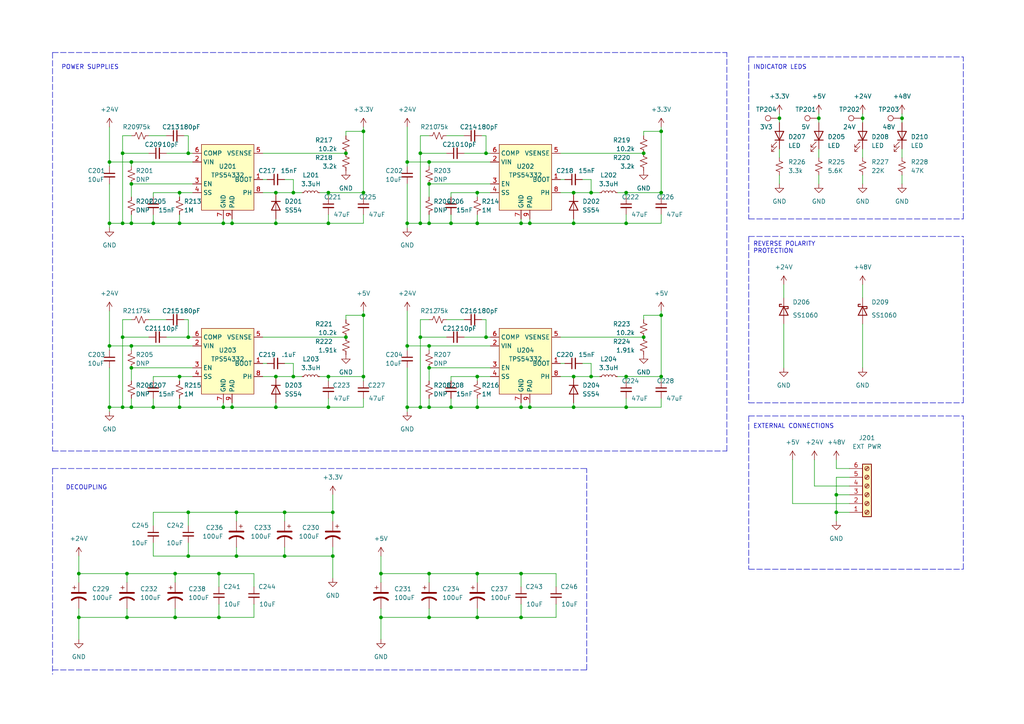
<source format=kicad_sch>
(kicad_sch (version 20211123) (generator eeschema)
  (paper "A4")
  (title_block (title "klipper backplane power supply ") (date "2023-01-20") (rev "1") (company "matei repair lab"))
  (junction (at 151.13 118.11))
  (junction (at 191.77 109.22))
  (junction (at 166.37 64.77))
  (junction (at 68.58 148.59))
  (junction (at 31.75 64.77))
  (junction (at 31.75 46.99))
  (junction (at 80.01 118.11))
  (junction (at 44.45 64.77))
  (junction (at 64.77 64.77))
  (junction (at 166.37 118.11))
  (junction (at 95.25 55.88))
  (junction (at 54.61 44.45))
  (junction (at 124.46 46.99))
  (junction (at 191.77 38.1))
  (junction (at 35.56 44.45))
  (junction (at 140.97 44.45))
  (junction (at 171.45 55.88))
  (junction (at 54.61 148.59))
  (junction (at 50.8 166.37))
  (junction (at 105.41 38.1))
  (junction (at 186.69 97.79))
  (junction (at 50.8 179.07))
  (junction (at 181.61 64.77))
  (junction (at 124.46 53.34))
  (junction (at 124.46 100.33))
  (junction (at 31.75 118.11))
  (junction (at 118.11 118.11))
  (junction (at 52.07 109.22))
  (junction (at 95.25 118.11))
  (junction (at 35.56 118.11))
  (junction (at 38.1 106.68))
  (junction (at 82.55 161.29))
  (junction (at 54.61 161.29))
  (junction (at 95.25 109.22))
  (junction (at 118.11 100.33))
  (junction (at 38.1 118.11))
  (junction (at 52.07 118.11))
  (junction (at 105.41 109.22))
  (junction (at 186.69 44.45))
  (junction (at 237.49 34.29))
  (junction (at 151.13 64.77))
  (junction (at 22.86 179.07))
  (junction (at 124.46 64.77))
  (junction (at 52.07 64.77))
  (junction (at 96.52 161.29))
  (junction (at 68.58 161.29))
  (junction (at 242.57 143.51))
  (junction (at 191.77 91.44))
  (junction (at 80.01 109.22))
  (junction (at 110.49 179.07))
  (junction (at 138.43 55.88))
  (junction (at 261.62 34.29))
  (junction (at 85.09 55.88))
  (junction (at 181.61 55.88))
  (junction (at 153.67 118.11))
  (junction (at 110.49 166.37))
  (junction (at 138.43 118.11))
  (junction (at 138.43 109.22))
  (junction (at 36.83 166.37))
  (junction (at 105.41 55.88))
  (junction (at 44.45 118.11))
  (junction (at 138.43 64.77))
  (junction (at 121.92 64.77))
  (junction (at 166.37 109.22))
  (junction (at 124.46 179.07))
  (junction (at 138.43 179.07))
  (junction (at 95.25 64.77))
  (junction (at 181.61 109.22))
  (junction (at 151.13 179.07))
  (junction (at 63.5 166.37))
  (junction (at 124.46 118.11))
  (junction (at 82.55 148.59))
  (junction (at 118.11 64.77))
  (junction (at 64.77 118.11))
  (junction (at 226.06 34.29))
  (junction (at 52.07 55.88))
  (junction (at 35.56 64.77))
  (junction (at 38.1 46.99))
  (junction (at 130.81 118.11))
  (junction (at 124.46 106.68))
  (junction (at 121.92 44.45))
  (junction (at 181.61 118.11))
  (junction (at 130.81 64.77))
  (junction (at 118.11 46.99))
  (junction (at 80.01 55.88))
  (junction (at 85.09 109.22))
  (junction (at 100.33 97.79))
  (junction (at 121.92 118.11))
  (junction (at 54.61 97.79))
  (junction (at 124.46 166.37))
  (junction (at 151.13 166.37))
  (junction (at 38.1 100.33))
  (junction (at 35.56 97.79))
  (junction (at 250.19 34.29))
  (junction (at 38.1 64.77))
  (junction (at 138.43 166.37))
  (junction (at 80.01 64.77))
  (junction (at 100.33 44.45))
  (junction (at 36.83 179.07))
  (junction (at 140.97 97.79))
  (junction (at 191.77 55.88))
  (junction (at 31.75 100.33))
  (junction (at 96.52 148.59))
  (junction (at 166.37 55.88))
  (junction (at 22.86 166.37))
  (junction (at 121.92 97.79))
  (junction (at 171.45 109.22))
  (junction (at 242.57 148.59))
  (junction (at 67.31 64.77))
  (junction (at 38.1 53.34))
  (junction (at 67.31 118.11))
  (junction (at 63.5 179.07))
  (junction (at 105.41 91.44))
  (junction (at 153.67 64.77))
  (wire (pts (xy 52.07 109.22) (xy 55.88 109.22)))
  (wire (pts (xy 191.77 91.44) (xy 191.77 109.22)))
  (wire (pts (xy 124.46 62.23) (xy 124.46 64.77)))
  (wire (pts (xy 22.86 179.07) (xy 22.86 185.42)))
  (wire (pts (xy 36.83 166.37) (xy 50.8 166.37)))
  (wire (pts (xy 31.75 64.77) (xy 35.56 64.77)))
  (polyline (pts (xy 217.17 165.1) (xy 279.4 165.1)))
  (wire (pts (xy 191.77 90.17) (xy 191.77 91.44)))
  (wire (pts (xy 31.75 100.33) (xy 38.1 100.33)))
  (wire (pts (xy 191.77 115.57) (xy 191.77 118.11)))
  (wire (pts (xy 95.25 115.57) (xy 95.25 118.11)))
  (polyline (pts (xy 15.24 15.24) (xy 15.24 130.81)))
  (wire (pts (xy 44.45 109.22) (xy 44.45 110.49)))
  (wire (pts (xy 138.43 62.23) (xy 138.43 64.77)))
  (wire (pts (xy 110.49 166.37) (xy 110.49 168.91)))
  (wire (pts (xy 242.57 143.51) (xy 242.57 148.59)))
  (wire (pts (xy 166.37 118.11) (xy 153.67 118.11)))
  (wire (pts (xy 171.45 55.88) (xy 166.37 55.88)))
  (wire (pts (xy 85.09 52.07) (xy 85.09 55.88)))
  (wire (pts (xy 227.33 93.98) (xy 227.33 106.68)))
  (wire (pts (xy 186.69 91.44) (xy 186.69 92.71)))
  (wire (pts (xy 162.56 44.45) (xy 186.69 44.45)))
  (wire (pts (xy 138.43 55.88) (xy 142.24 55.88)))
  (wire (pts (xy 50.8 166.37) (xy 63.5 166.37)))
  (wire (pts (xy 153.67 118.11) (xy 151.13 118.11)))
  (wire (pts (xy 44.45 62.23) (xy 44.45 64.77)))
  (wire (pts (xy 105.41 62.23) (xy 105.41 64.77)))
  (wire (pts (xy 121.92 118.11) (xy 124.46 118.11)))
  (wire (pts (xy 186.69 91.44) (xy 191.77 91.44)))
  (wire (pts (xy 191.77 109.22) (xy 191.77 110.49)))
  (wire (pts (xy 226.06 43.18) (xy 226.06 45.72)))
  (wire (pts (xy 44.45 118.11) (xy 52.07 118.11)))
  (wire (pts (xy 36.83 166.37) (xy 36.83 168.91)))
  (wire (pts (xy 246.38 148.59) (xy 242.57 148.59)))
  (wire (pts (xy 138.43 179.07) (xy 124.46 179.07)))
  (wire (pts (xy 48.26 92.71) (xy 43.18 92.71)))
  (wire (pts (xy 44.45 55.88) (xy 44.45 57.15)))
  (wire (pts (xy 85.09 55.88) (xy 80.01 55.88)))
  (polyline (pts (xy 279.4 165.1) (xy 279.4 120.65)))
  (wire (pts (xy 96.52 161.29) (xy 96.52 167.64)))
  (wire (pts (xy 54.61 148.59) (xy 44.45 148.59)))
  (polyline (pts (xy 15.24 135.89) (xy 15.24 195.58)))
  (wire (pts (xy 124.46 53.34) (xy 124.46 57.15)))
  (wire (pts (xy 171.45 109.22) (xy 173.99 109.22)))
  (wire (pts (xy 140.97 92.71) (xy 140.97 97.79)))
  (wire (pts (xy 92.71 109.22) (xy 95.25 109.22)))
  (wire (pts (xy 68.58 148.59) (xy 68.58 151.13)))
  (wire (pts (xy 38.1 115.57) (xy 38.1 118.11)))
  (wire (pts (xy 134.62 92.71) (xy 129.54 92.71)))
  (wire (pts (xy 31.75 46.99) (xy 31.75 36.83)))
  (wire (pts (xy 140.97 39.37) (xy 140.97 44.45)))
  (wire (pts (xy 191.77 62.23) (xy 191.77 64.77)))
  (wire (pts (xy 162.56 97.79) (xy 186.69 97.79)))
  (wire (pts (xy 82.55 148.59) (xy 68.58 148.59)))
  (wire (pts (xy 226.06 50.8) (xy 226.06 53.34)))
  (wire (pts (xy 138.43 55.88) (xy 138.43 57.15)))
  (wire (pts (xy 186.69 38.1) (xy 191.77 38.1)))
  (wire (pts (xy 138.43 55.88) (xy 130.81 55.88)))
  (wire (pts (xy 124.46 92.71) (xy 121.92 92.71)))
  (wire (pts (xy 52.07 55.88) (xy 44.45 55.88)))
  (wire (pts (xy 76.2 44.45) (xy 100.33 44.45)))
  (wire (pts (xy 250.19 33.02) (xy 250.19 34.29)))
  (wire (pts (xy 52.07 118.11) (xy 64.77 118.11)))
  (wire (pts (xy 92.71 55.88) (xy 95.25 55.88)))
  (wire (pts (xy 80.01 64.77) (xy 67.31 64.77)))
  (wire (pts (xy 36.83 179.07) (xy 50.8 179.07)))
  (wire (pts (xy 246.38 146.05) (xy 229.87 146.05)))
  (wire (pts (xy 31.75 46.99) (xy 38.1 46.99)))
  (wire (pts (xy 110.49 166.37) (xy 124.46 166.37)))
  (wire (pts (xy 110.49 179.07) (xy 110.49 185.42)))
  (wire (pts (xy 161.29 175.26) (xy 161.29 179.07)))
  (wire (pts (xy 121.92 44.45) (xy 129.54 44.45)))
  (wire (pts (xy 130.81 64.77) (xy 138.43 64.77)))
  (wire (pts (xy 100.33 38.1) (xy 100.33 39.37)))
  (wire (pts (xy 95.25 62.23) (xy 95.25 64.77)))
  (wire (pts (xy 31.75 118.11) (xy 31.75 119.38)))
  (wire (pts (xy 22.86 166.37) (xy 22.86 168.91)))
  (wire (pts (xy 80.01 116.84) (xy 80.01 118.11)))
  (wire (pts (xy 140.97 97.79) (xy 142.24 97.79)))
  (wire (pts (xy 181.61 118.11) (xy 166.37 118.11)))
  (wire (pts (xy 179.07 109.22) (xy 181.61 109.22)))
  (wire (pts (xy 63.5 166.37) (xy 73.66 166.37)))
  (wire (pts (xy 105.41 109.22) (xy 105.41 110.49)))
  (wire (pts (xy 110.49 161.29) (xy 110.49 166.37)))
  (wire (pts (xy 35.56 39.37) (xy 35.56 44.45)))
  (wire (pts (xy 105.41 38.1) (xy 105.41 55.88)))
  (wire (pts (xy 64.77 63.5) (xy 64.77 64.77)))
  (wire (pts (xy 52.07 115.57) (xy 52.07 118.11)))
  (wire (pts (xy 124.46 53.34) (xy 142.24 53.34)))
  (wire (pts (xy 124.46 46.99) (xy 142.24 46.99)))
  (wire (pts (xy 38.1 46.99) (xy 38.1 48.26)))
  (wire (pts (xy 100.33 91.44) (xy 100.33 92.71)))
  (wire (pts (xy 138.43 109.22) (xy 130.81 109.22)))
  (wire (pts (xy 22.86 161.29) (xy 22.86 166.37)))
  (wire (pts (xy 171.45 52.07) (xy 171.45 55.88)))
  (polyline (pts (xy 217.17 68.58) (xy 217.17 116.84)))
  (wire (pts (xy 44.45 161.29) (xy 54.61 161.29)))
  (wire (pts (xy 31.75 100.33) (xy 31.75 90.17)))
  (wire (pts (xy 139.7 92.71) (xy 140.97 92.71)))
  (wire (pts (xy 191.77 38.1) (xy 191.77 55.88)))
  (wire (pts (xy 82.55 158.75) (xy 82.55 161.29)))
  (wire (pts (xy 54.61 44.45) (xy 55.88 44.45)))
  (wire (pts (xy 44.45 157.48) (xy 44.45 161.29)))
  (wire (pts (xy 110.49 176.53) (xy 110.49 179.07)))
  (wire (pts (xy 73.66 166.37) (xy 73.66 170.18)))
  (wire (pts (xy 124.46 166.37) (xy 138.43 166.37)))
  (wire (pts (xy 166.37 109.22) (xy 162.56 109.22)))
  (wire (pts (xy 138.43 109.22) (xy 138.43 110.49)))
  (wire (pts (xy 153.67 63.5) (xy 153.67 64.77)))
  (wire (pts (xy 31.75 64.77) (xy 31.75 66.04)))
  (wire (pts (xy 138.43 176.53) (xy 138.43 179.07)))
  (wire (pts (xy 53.34 39.37) (xy 54.61 39.37)))
  (wire (pts (xy 63.5 175.26) (xy 63.5 179.07)))
  (wire (pts (xy 67.31 63.5) (xy 67.31 64.77)))
  (wire (pts (xy 242.57 133.35) (xy 242.57 135.89)))
  (wire (pts (xy 118.11 100.33) (xy 118.11 90.17)))
  (wire (pts (xy 52.07 109.22) (xy 44.45 109.22)))
  (wire (pts (xy 64.77 116.84) (xy 64.77 118.11)))
  (wire (pts (xy 31.75 46.99) (xy 31.75 48.26)))
  (wire (pts (xy 100.33 38.1) (xy 105.41 38.1)))
  (wire (pts (xy 105.41 55.88) (xy 105.41 57.15)))
  (polyline (pts (xy 217.17 68.58) (xy 279.4 68.58)))
  (wire (pts (xy 237.49 50.8) (xy 237.49 53.34)))
  (wire (pts (xy 54.61 39.37) (xy 54.61 44.45)))
  (wire (pts (xy 52.07 64.77) (xy 64.77 64.77)))
  (wire (pts (xy 124.46 179.07) (xy 110.49 179.07)))
  (wire (pts (xy 76.2 52.07) (xy 77.47 52.07)))
  (wire (pts (xy 168.91 52.07) (xy 171.45 52.07)))
  (wire (pts (xy 181.61 64.77) (xy 166.37 64.77)))
  (wire (pts (xy 52.07 55.88) (xy 52.07 57.15)))
  (wire (pts (xy 80.01 118.11) (xy 67.31 118.11)))
  (wire (pts (xy 138.43 118.11) (xy 151.13 118.11)))
  (wire (pts (xy 118.11 118.11) (xy 118.11 119.38)))
  (wire (pts (xy 54.61 92.71) (xy 54.61 97.79)))
  (wire (pts (xy 31.75 118.11) (xy 35.56 118.11)))
  (wire (pts (xy 250.19 43.18) (xy 250.19 45.72)))
  (wire (pts (xy 76.2 109.22) (xy 80.01 109.22)))
  (wire (pts (xy 96.52 148.59) (xy 96.52 151.13)))
  (wire (pts (xy 96.52 148.59) (xy 82.55 148.59)))
  (wire (pts (xy 138.43 64.77) (xy 151.13 64.77)))
  (wire (pts (xy 22.86 166.37) (xy 36.83 166.37)))
  (wire (pts (xy 121.92 39.37) (xy 121.92 44.45)))
  (wire (pts (xy 118.11 106.68) (xy 118.11 118.11)))
  (wire (pts (xy 38.1 64.77) (xy 44.45 64.77)))
  (wire (pts (xy 38.1 92.71) (xy 35.56 92.71)))
  (wire (pts (xy 38.1 39.37) (xy 35.56 39.37)))
  (wire (pts (xy 162.56 52.07) (xy 163.83 52.07)))
  (wire (pts (xy 140.97 44.45) (xy 142.24 44.45)))
  (wire (pts (xy 68.58 161.29) (xy 54.61 161.29)))
  (wire (pts (xy 105.41 115.57) (xy 105.41 118.11)))
  (wire (pts (xy 36.83 179.07) (xy 22.86 179.07)))
  (wire (pts (xy 48.26 44.45) (xy 54.61 44.45)))
  (polyline (pts (xy 279.4 116.84) (xy 279.4 68.58)))
  (wire (pts (xy 50.8 166.37) (xy 50.8 168.91)))
  (wire (pts (xy 53.34 92.71) (xy 54.61 92.71)))
  (wire (pts (xy 237.49 34.29) (xy 237.49 35.56)))
  (wire (pts (xy 48.26 97.79) (xy 54.61 97.79)))
  (wire (pts (xy 73.66 175.26) (xy 73.66 179.07)))
  (polyline (pts (xy 15.24 130.81) (xy 210.82 130.81)))
  (wire (pts (xy 236.22 140.97) (xy 236.22 133.35)))
  (wire (pts (xy 181.61 55.88) (xy 181.61 57.15)))
  (wire (pts (xy 151.13 116.84) (xy 151.13 118.11)))
  (wire (pts (xy 121.92 97.79) (xy 121.92 118.11)))
  (wire (pts (xy 50.8 176.53) (xy 50.8 179.07)))
  (wire (pts (xy 121.92 92.71) (xy 121.92 97.79)))
  (polyline (pts (xy 15.24 135.89) (xy 170.18 135.89)))
  (wire (pts (xy 35.56 118.11) (xy 38.1 118.11)))
  (wire (pts (xy 95.25 109.22) (xy 95.25 110.49)))
  (wire (pts (xy 118.11 100.33) (xy 118.11 101.6)))
  (wire (pts (xy 95.25 118.11) (xy 105.41 118.11)))
  (wire (pts (xy 44.45 148.59) (xy 44.45 152.4)))
  (wire (pts (xy 95.25 118.11) (xy 80.01 118.11)))
  (wire (pts (xy 261.62 33.02) (xy 261.62 34.29)))
  (wire (pts (xy 250.19 82.55) (xy 250.19 86.36)))
  (wire (pts (xy 95.25 64.77) (xy 80.01 64.77)))
  (wire (pts (xy 73.66 179.07) (xy 63.5 179.07)))
  (wire (pts (xy 138.43 166.37) (xy 138.43 168.91)))
  (wire (pts (xy 35.56 64.77) (xy 38.1 64.77)))
  (wire (pts (xy 118.11 100.33) (xy 124.46 100.33)))
  (wire (pts (xy 80.01 109.22) (xy 85.09 109.22)))
  (wire (pts (xy 261.62 34.29) (xy 261.62 35.56)))
  (wire (pts (xy 44.45 64.77) (xy 52.07 64.77)))
  (wire (pts (xy 124.46 100.33) (xy 142.24 100.33)))
  (wire (pts (xy 130.81 115.57) (xy 130.81 118.11)))
  (wire (pts (xy 134.62 97.79) (xy 140.97 97.79)))
  (wire (pts (xy 181.61 55.88) (xy 191.77 55.88)))
  (wire (pts (xy 226.06 33.02) (xy 226.06 34.29)))
  (wire (pts (xy 38.1 53.34) (xy 55.88 53.34)))
  (wire (pts (xy 151.13 166.37) (xy 151.13 170.18)))
  (wire (pts (xy 38.1 62.23) (xy 38.1 64.77)))
  (wire (pts (xy 38.1 100.33) (xy 38.1 101.6)))
  (wire (pts (xy 181.61 115.57) (xy 181.61 118.11)))
  (wire (pts (xy 191.77 36.83) (xy 191.77 38.1)))
  (wire (pts (xy 151.13 63.5) (xy 151.13 64.77)))
  (wire (pts (xy 121.92 44.45) (xy 121.92 64.77)))
  (wire (pts (xy 80.01 55.88) (xy 76.2 55.88)))
  (wire (pts (xy 54.61 97.79) (xy 55.88 97.79)))
  (wire (pts (xy 130.81 62.23) (xy 130.81 64.77)))
  (wire (pts (xy 100.33 91.44) (xy 105.41 91.44)))
  (wire (pts (xy 168.91 105.41) (xy 171.45 105.41)))
  (wire (pts (xy 130.81 55.88) (xy 130.81 57.15)))
  (polyline (pts (xy 170.18 194.31) (xy 170.18 135.89)))
  (wire (pts (xy 118.11 53.34) (xy 118.11 64.77)))
  (wire (pts (xy 179.07 55.88) (xy 181.61 55.88)))
  (wire (pts (xy 124.46 46.99) (xy 124.46 48.26)))
  (wire (pts (xy 35.56 92.71) (xy 35.56 97.79)))
  (wire (pts (xy 44.45 115.57) (xy 44.45 118.11)))
  (wire (pts (xy 105.41 90.17) (xy 105.41 91.44)))
  (wire (pts (xy 96.52 143.51) (xy 96.52 148.59)))
  (wire (pts (xy 250.19 34.29) (xy 250.19 35.56)))
  (wire (pts (xy 153.67 64.77) (xy 151.13 64.77)))
  (wire (pts (xy 151.13 166.37) (xy 161.29 166.37)))
  (wire (pts (xy 130.81 109.22) (xy 130.81 110.49)))
  (wire (pts (xy 261.62 43.18) (xy 261.62 45.72)))
  (wire (pts (xy 139.7 39.37) (xy 140.97 39.37)))
  (polyline (pts (xy 217.17 16.51) (xy 279.4 16.51)))
  (wire (pts (xy 124.46 176.53) (xy 124.46 179.07)))
  (wire (pts (xy 162.56 105.41) (xy 163.83 105.41)))
  (wire (pts (xy 121.92 97.79) (xy 129.54 97.79)))
  (wire (pts (xy 35.56 97.79) (xy 35.56 118.11)))
  (wire (pts (xy 250.19 50.8) (xy 250.19 53.34)))
  (wire (pts (xy 171.45 109.22) (xy 166.37 109.22)))
  (wire (pts (xy 105.41 36.83) (xy 105.41 38.1)))
  (wire (pts (xy 80.01 63.5) (xy 80.01 64.77)))
  (wire (pts (xy 186.69 38.1) (xy 186.69 39.37)))
  (wire (pts (xy 52.07 109.22) (xy 52.07 110.49)))
  (wire (pts (xy 138.43 115.57) (xy 138.43 118.11)))
  (wire (pts (xy 67.31 64.77) (xy 64.77 64.77)))
  (wire (pts (xy 153.67 116.84) (xy 153.67 118.11)))
  (wire (pts (xy 242.57 148.59) (xy 242.57 151.13)))
  (wire (pts (xy 118.11 46.99) (xy 118.11 48.26)))
  (wire (pts (xy 68.58 148.59) (xy 54.61 148.59)))
  (wire (pts (xy 118.11 46.99) (xy 124.46 46.99)))
  (wire (pts (xy 121.92 64.77) (xy 124.46 64.77)))
  (wire (pts (xy 138.43 166.37) (xy 151.13 166.37)))
  (wire (pts (xy 166.37 116.84) (xy 166.37 118.11)))
  (wire (pts (xy 54.61 157.48) (xy 54.61 161.29)))
  (polyline (pts (xy 217.17 120.65) (xy 279.4 120.65)))
  (wire (pts (xy 95.25 55.88) (xy 105.41 55.88)))
  (wire (pts (xy 95.25 55.88) (xy 95.25 57.15)))
  (wire (pts (xy 246.38 138.43) (xy 242.57 138.43)))
  (wire (pts (xy 31.75 100.33) (xy 31.75 101.6)))
  (wire (pts (xy 246.38 140.97) (xy 236.22 140.97)))
  (wire (pts (xy 118.11 64.77) (xy 118.11 66.04)))
  (wire (pts (xy 38.1 53.34) (xy 38.1 57.15)))
  (wire (pts (xy 191.77 55.88) (xy 191.77 57.15)))
  (wire (pts (xy 85.09 109.22) (xy 87.63 109.22)))
  (wire (pts (xy 138.43 109.22) (xy 142.24 109.22)))
  (wire (pts (xy 237.49 43.18) (xy 237.49 45.72)))
  (wire (pts (xy 130.81 118.11) (xy 138.43 118.11)))
  (wire (pts (xy 38.1 106.68) (xy 55.88 106.68)))
  (wire (pts (xy 237.49 33.02) (xy 237.49 34.29)))
  (polyline (pts (xy 15.24 15.24) (xy 210.82 15.24)))
  (wire (pts (xy 181.61 64.77) (xy 191.77 64.77)))
  (wire (pts (xy 76.2 105.41) (xy 77.47 105.41)))
  (wire (pts (xy 22.86 176.53) (xy 22.86 179.07)))
  (wire (pts (xy 227.33 82.55) (xy 227.33 86.36)))
  (polyline (pts (xy 217.17 63.5) (xy 279.4 63.5)))
  (polyline (pts (xy 15.24 194.31) (xy 170.18 194.31)))
  (wire (pts (xy 166.37 64.77) (xy 153.67 64.77)))
  (wire (pts (xy 82.55 161.29) (xy 96.52 161.29)))
  (wire (pts (xy 226.06 34.29) (xy 226.06 35.56)))
  (wire (pts (xy 261.62 50.8) (xy 261.62 53.34)))
  (wire (pts (xy 82.55 148.59) (xy 82.55 151.13)))
  (wire (pts (xy 250.19 93.98) (xy 250.19 106.68)))
  (wire (pts (xy 138.43 179.07) (xy 151.13 179.07)))
  (wire (pts (xy 36.83 176.53) (xy 36.83 179.07)))
  (wire (pts (xy 166.37 55.88) (xy 162.56 55.88)))
  (wire (pts (xy 35.56 97.79) (xy 43.18 97.79)))
  (wire (pts (xy 38.1 46.99) (xy 55.88 46.99)))
  (wire (pts (xy 38.1 100.33) (xy 55.88 100.33)))
  (wire (pts (xy 76.2 97.79) (xy 100.33 97.79)))
  (wire (pts (xy 124.46 64.77) (xy 130.81 64.77)))
  (wire (pts (xy 31.75 53.34) (xy 31.75 64.77)))
  (wire (pts (xy 124.46 115.57) (xy 124.46 118.11)))
  (wire (pts (xy 124.46 106.68) (xy 142.24 106.68)))
  (wire (pts (xy 171.45 55.88) (xy 173.99 55.88)))
  (wire (pts (xy 63.5 179.07) (xy 50.8 179.07)))
  (wire (pts (xy 124.46 100.33) (xy 124.46 101.6)))
  (wire (pts (xy 124.46 39.37) (xy 121.92 39.37)))
  (polyline (pts (xy 217.17 16.51) (xy 217.17 63.5)))
  (wire (pts (xy 161.29 166.37) (xy 161.29 170.18)))
  (wire (pts (xy 118.11 64.77) (xy 121.92 64.77)))
  (wire (pts (xy 54.61 148.59) (xy 54.61 152.4)))
  (wire (pts (xy 166.37 63.5) (xy 166.37 64.77)))
  (wire (pts (xy 96.52 158.75) (xy 96.52 161.29)))
  (wire (pts (xy 48.26 39.37) (xy 43.18 39.37)))
  (polyline (pts (xy 279.4 63.5) (xy 279.4 16.51)))
  (wire (pts (xy 246.38 143.51) (xy 242.57 143.51)))
  (wire (pts (xy 67.31 118.11) (xy 64.77 118.11)))
  (wire (pts (xy 82.55 52.07) (xy 85.09 52.07)))
  (wire (pts (xy 52.07 55.88) (xy 55.88 55.88)))
  (wire (pts (xy 68.58 161.29) (xy 82.55 161.29)))
  (wire (pts (xy 68.58 158.75) (xy 68.58 161.29)))
  (wire (pts (xy 171.45 105.41) (xy 171.45 109.22)))
  (wire (pts (xy 82.55 105.41) (xy 85.09 105.41)))
  (wire (pts (xy 105.41 91.44) (xy 105.41 109.22)))
  (wire (pts (xy 63.5 166.37) (xy 63.5 170.18)))
  (wire (pts (xy 31.75 106.68) (xy 31.75 118.11)))
  (wire (pts (xy 229.87 146.05) (xy 229.87 133.35)))
  (polyline (pts (xy 217.17 116.84) (xy 279.4 116.84)))
  (wire (pts (xy 38.1 106.68) (xy 38.1 110.49)))
  (wire (pts (xy 124.46 106.68) (xy 124.46 110.49)))
  (wire (pts (xy 118.11 46.99) (xy 118.11 36.83)))
  (wire (pts (xy 95.25 64.77) (xy 105.41 64.77)))
  (wire (pts (xy 181.61 118.11) (xy 191.77 118.11)))
  (wire (pts (xy 38.1 118.11) (xy 44.45 118.11)))
  (wire (pts (xy 181.61 62.23) (xy 181.61 64.77)))
  (wire (pts (xy 118.11 118.11) (xy 121.92 118.11)))
  (wire (pts (xy 124.46 166.37) (xy 124.46 168.91)))
  (polyline (pts (xy 210.82 130.81) (xy 210.82 15.24)))
  (wire (pts (xy 95.25 109.22) (xy 105.41 109.22)))
  (wire (pts (xy 35.56 44.45) (xy 43.18 44.45)))
  (wire (pts (xy 134.62 39.37) (xy 129.54 39.37)))
  (wire (pts (xy 52.07 62.23) (xy 52.07 64.77)))
  (polyline (pts (xy 217.17 120.65) (xy 217.17 165.1)))
  (wire (pts (xy 151.13 175.26) (xy 151.13 179.07)))
  (wire (pts (xy 242.57 135.89) (xy 246.38 135.89)))
  (wire (pts (xy 124.46 118.11) (xy 130.81 118.11)))
  (wire (pts (xy 85.09 55.88) (xy 87.63 55.88)))
  (wire (pts (xy 181.61 109.22) (xy 191.77 109.22)))
  (wire (pts (xy 161.29 179.07) (xy 151.13 179.07)))
  (wire (pts (xy 181.61 109.22) (xy 181.61 110.49)))
  (wire (pts (xy 242.57 138.43) (xy 242.57 143.51)))
  (wire (pts (xy 85.09 105.41) (xy 85.09 109.22)))
  (wire (pts (xy 67.31 116.84) (xy 67.31 118.11)))
  (wire (pts (xy 134.62 44.45) (xy 140.97 44.45)))
  (wire (pts (xy 35.56 44.45) (xy 35.56 64.77)))
  (text "EXTERNAL CONNECTIONS" (at 218.44 124.46 0) (effects (font (size 1.27 1.27)) (justify left bottom)))
  (text "INDICATOR LEDS" (at 218.44 20.32 0) (effects (font (size 1.27 1.27)) (justify left bottom)))
  (text "DECOUPLING" (at 19.05 142.24 0) (effects (font (size 1.27 1.27)) (justify left bottom)))
  (text "POWER SUPPLIES" (at 17.78 20.32 0) (effects (font (size 1.27 1.27)) (justify left bottom)))
  (text "REVERSE POLARITY\nPROTECTION" (at 218.44 73.66 0) (effects (font (size 1.27 1.27)) (justify left bottom)))
  (symbol (lib_id "power:GND") (at 237.49 53.34 0) (unit 1)
    (property "Reference" "#PWR0225" (effects hide))
    (property "Value" "GND" (at 237.49 58.42 0))
  )
  (symbol (lib_id "Device:L_Small") (at 176.53 55.88 90) (unit 1)
    (property "Reference" "L202" (at 176.53 50.8 90))
    (property "Value" "3.3uH" (at 176.53 53.34 90))
    (property "Footprint" "Inductor_SMD:L_7.3x7.3_H4.5" (effects hide))
  )
  (symbol (lib_id "Device:D") (at 166.37 59.69 270) (unit 1)
    (property "Reference" "D202" (at 168.91 58.4199 90) (effects (justify left)))
    (property "Value" "SS54" (at 168.91 60.9599 90) (effects (justify left)))
    (property "Footprint" "Diode_SMD:D_SMA" (effects hide))
  )
  (symbol (lib_name "TPS54332_1") (lib_id "matei:TPS54332") (at 152.4 102.87 0) (unit 1)
    (property "Reference" "U204" (at 152.4 101.6 0))
    (property "Value" "TPS54332" (at 152.4 104.14 0))
    (property "Footprint" "Package_SO:TI_SO-PowerPAD-8" (effects hide))
    (property "Datasheet" "https://www.ti.com/cn/lit/ds/symlink/tps54332.pdf?ts=1674690213514&ref_url=https%253A%252F%252Fjlcpcb.com%252F" (effects hide))
  )
  (symbol (lib_id "Device:C_Small") (at 95.25 113.03 0) (unit 1)
    (property "Reference" "C223" (at 101.6 111.76 0) (effects (justify right)))
    (property "Value" "47uF" (at 101.6 115.57 0) (effects (justify right)))
    (property "Footprint" "Capacitor_SMD:C_0805_2012Metric" (effects hide))
  )
  (symbol (lib_id "Device:C_Polarized_US") (at 36.83 172.72 0) (unit 1)
    (property "Reference" "C232" (at 40.64 170.8149 0) (effects (justify left)))
    (property "Value" "100uF" (at 40.64 173.3549 0) (effects (justify left)))
    (property "Footprint" "Capacitor_THT:CP_Radial_D6.3mm_P2.50mm" (effects hide))
  )
  (symbol (lib_id "power:GND") (at 186.69 102.87 0) (mirror y) (unit 1)
    (property "Reference" "#PWR0212" (effects hide))
    (property "Value" "GND" (at 186.69 107.95 0))
  )
  (symbol (lib_id "Device:C_Small") (at 45.72 97.79 90) (unit 1)
    (property "Reference" "C211" (at 41.91 95.25 90) (effects (justify right)))
    (property "Value" "10pF" (at 46.99 95.25 90) (effects (justify right)))
    (property "Footprint" "Capacitor_SMD:C_0603_1608Metric" (effects hide))
  )
  (symbol (lib_id "Device:C_Small") (at 181.61 113.03 0) (unit 1)
    (property "Reference" "C224" (at 185.42 110.49 0) (effects (justify right)))
    (property "Value" "47uF" (at 187.96 115.57 0) (effects (justify right)))
    (property "Footprint" "Capacitor_SMD:C_0805_2012Metric" (effects hide))
  )
  (symbol (lib_id "Device:C_Small") (at 118.11 104.14 0) (mirror y) (unit 1)
    (property "Reference" "C204" (at 111.76 102.87 0) (effects (justify right)))
    (property "Value" "10uF" (at 111.76 105.41 0) (effects (justify right)))
    (property "Footprint" "Capacitor_SMD:C_0805_2012Metric" (effects hide))
  )
  (symbol (lib_id "Device:C_Small") (at 151.13 172.72 0) (unit 1)
    (property "Reference" "C243" (at 157.48 170.18 0) (effects (justify right)))
    (property "Value" "10uF" (at 157.48 175.26 0) (effects (justify right)))
    (property "Footprint" "Capacitor_SMD:C_0805_2012Metric" (effects hide))
  )
  (symbol (lib_id "Device:C_Small") (at 31.75 104.14 0) (mirror y) (unit 1)
    (property "Reference" "C203" (at 25.4 102.87 0) (effects (justify right)))
    (property "Value" "10uF" (at 25.4 105.41 0) (effects (justify right)))
    (property "Footprint" "Capacitor_SMD:C_0805_2012Metric" (effects hide))
  )
  (symbol (lib_id "Device:R_Small_US") (at 186.69 41.91 0) (unit 1)
    (property "Reference" "R219" (at 182.88 40.64 0) (effects (justify right)))
    (property "Value" "10.2k" (at 184.15 43.18 0) (effects (justify right)))
    (property "Footprint" "Resistor_SMD:R_0603_1608Metric" (effects hide))
  )
  (symbol (lib_id "power:+3.3V") (at 226.06 33.02 0) (unit 1)
    (property "Reference" "#PWR0147" (effects hide))
    (property "Value" "+3.3V" (at 226.06 27.94 0))
  )
  (symbol (lib_id "power:GND") (at 261.62 53.34 0) (unit 1)
    (property "Reference" "#PWR0239" (effects hide))
    (property "Value" "GND" (at 261.62 58.42 0))
  )
  (symbol (lib_id "Device:L_Small") (at 176.53 109.22 90) (unit 1)
    (property "Reference" "L204" (at 176.53 104.14 90))
    (property "Value" "3.3uH" (at 176.53 106.68 90))
    (property "Footprint" "Inductor_SMD:L_7.3x7.3_H4.5" (effects hide))
  )
  (symbol (lib_id "Device:C_Small") (at 80.01 52.07 90) (unit 1)
    (property "Reference" "C217" (at 77.47 49.53 90))
    (property "Value" "15nF" (at 83.82 49.53 90))
    (property "Footprint" "Capacitor_SMD:C_0603_1608Metric" (effects hide))
  )
  (symbol (lib_id "Device:C_Small") (at 44.45 59.69 0) (unit 1)
    (property "Reference" "C205" (at 48.26 58.42 0) (effects (justify right)))
    (property "Value" "15nF" (at 50.8 60.96 0) (effects (justify right)))
    (property "Footprint" "Capacitor_SMD:C_0603_1608Metric" (effects hide))
  )
  (symbol (lib_id "Connector:TestPoint") (at 237.49 34.29 90) (unit 1)
    (property "Reference" "TP201" (at 233.68 31.75 90))
    (property "Value" "5V" (at 233.68 36.83 90))
    (property "Footprint" "TestPoint:TestPoint_Pad_D2.0mm" (effects hide))
  )
  (symbol (lib_id "Device:C_Polarized_US") (at 110.49 172.72 0) (unit 1)
    (property "Reference" "C231" (at 114.3 170.8149 0) (effects (justify left)))
    (property "Value" "100uF" (at 114.3 173.3549 0) (effects (justify left)))
    (property "Footprint" "Capacitor_THT:CP_Radial_D6.3mm_P2.50mm" (effects hide))
  )
  (symbol (lib_id "power:GND") (at 31.75 66.04 0) (unit 1)
    (property "Reference" "#PWR0202" (effects hide))
    (property "Value" "GND" (at 31.75 71.12 0))
  )
  (symbol (lib_id "Device:C_Small") (at 130.81 113.03 0) (unit 1)
    (property "Reference" "C208" (at 134.62 111.76 0) (effects (justify right)))
    (property "Value" "15nF" (at 137.16 114.3 0) (effects (justify right)))
    (property "Footprint" "Capacitor_SMD:C_0603_1608Metric" (effects hide))
  )
  (symbol (lib_id "Device:D_Schottky") (at 227.33 90.17 90) (mirror x) (unit 1)
    (property "Reference" "D206" (at 229.87 87.63 90) (effects (justify right)))
    (property "Value" "SS1060" (at 229.87 91.44 90) (effects (justify right)))
    (property "Footprint" "Diode_SMD:D_SOD-123" (effects hide))
  )
  (symbol (lib_id "power:GND") (at 226.06 53.34 0) (unit 1)
    (property "Reference" "#PWR0146" (effects hide))
    (property "Value" "GND" (at 226.06 58.42 0))
  )
  (symbol (lib_id "power:+5V") (at 105.41 90.17 0) (unit 1)
    (property "Reference" "#PWR0215" (effects hide))
    (property "Value" "+5V" (at 105.41 85.09 0))
  )
  (symbol (lib_id "power:+24V") (at 236.22 133.35 0) (unit 1)
    (property "Reference" "#PWR0229" (effects hide))
    (property "Value" "+24V" (at 236.22 128.27 0))
  )
  (symbol (lib_id "Device:L_Small") (at 90.17 109.22 90) (unit 1)
    (property "Reference" "L203" (at 90.17 104.14 90))
    (property "Value" "3.3uH" (at 90.17 106.68 90))
    (property "Footprint" "Inductor_SMD:L_7.3x7.3_H4.5" (effects hide))
  )
  (symbol (lib_id "Device:R_Small_US") (at 127 39.37 90) (unit 1)
    (property "Reference" "R210" (at 124.46 36.83 90))
    (property "Value" "75k" (at 128.27 36.83 90))
    (property "Footprint" "Resistor_SMD:R_0603_1608Metric" (effects hide))
  )
  (symbol (lib_id "power:+24V") (at 31.75 36.83 0) (unit 1)
    (property "Reference" "#PWR0201" (effects hide))
    (property "Value" "+24V" (at 31.75 31.75 0))
  )
  (symbol (lib_id "Device:D_Schottky") (at 250.19 90.17 90) (mirror x) (unit 1)
    (property "Reference" "D209" (at 252.73 87.63 90) (effects (justify right)))
    (property "Value" "SS1060" (at 252.73 91.44 90) (effects (justify right)))
    (property "Footprint" "Diode_SMD:D_SOD-123" (effects hide))
  )
  (symbol (lib_id "Device:R_Small_US") (at 40.64 39.37 90) (unit 1)
    (property "Reference" "R209" (at 38.1 36.83 90))
    (property "Value" "75k" (at 41.91 36.83 90))
    (property "Footprint" "Resistor_SMD:R_0603_1608Metric" (effects hide))
  )
  (symbol (lib_id "Device:D") (at 80.01 59.69 270) (unit 1)
    (property "Reference" "D201" (at 82.55 58.4199 90) (effects (justify left)))
    (property "Value" "SS54" (at 82.55 60.9599 90) (effects (justify left)))
    (property "Footprint" "Diode_SMD:D_SMA" (effects hide))
  )
  (symbol (lib_id "Device:C_Small") (at 63.5 172.72 0) (unit 1)
    (property "Reference" "C241" (at 69.85 170.18 0) (effects (justify right)))
    (property "Value" "10uF" (at 69.85 175.26 0) (effects (justify right)))
    (property "Footprint" "Capacitor_SMD:C_0805_2012Metric" (effects hide))
  )
  (symbol (lib_id "power:GND") (at 250.19 53.34 0) (unit 1)
    (property "Reference" "#PWR0235" (effects hide))
    (property "Value" "GND" (at 250.19 58.42 0))
  )
  (symbol (lib_id "power:+24V") (at 22.86 161.29 0) (unit 1)
    (property "Reference" "#PWR0217" (effects hide))
    (property "Value" "+24V" (at 22.86 156.21 0))
  )
  (symbol (lib_id "Device:C_Small") (at 161.29 172.72 0) (unit 1)
    (property "Reference" "C246" (at 167.64 170.18 0) (effects (justify right)))
    (property "Value" "10uF" (at 167.64 175.26 0) (effects (justify right)))
    (property "Footprint" "Capacitor_SMD:C_0805_2012Metric" (effects hide))
  )
  (symbol (lib_id "Device:C_Small") (at 166.37 105.41 90) (unit 1)
    (property "Reference" "C220" (at 163.83 102.87 90))
    (property "Value" "15nF" (at 170.18 102.87 90))
    (property "Footprint" "Capacitor_SMD:C_0603_1608Metric" (effects hide))
  )
  (symbol (lib_id "Device:C_Polarized_US") (at 68.58 154.94 0) (mirror y) (unit 1)
    (property "Reference" "C236" (at 64.77 153.0349 0) (effects (justify left)))
    (property "Value" "100uF" (at 64.77 155.5749 0) (effects (justify left)))
    (property "Footprint" "Capacitor_THT:CP_Radial_D6.3mm_P2.50mm" (effects hide))
  )
  (symbol (lib_id "Device:R_Small_US") (at 100.33 46.99 0) (unit 1)
    (property "Reference" "R218" (at 96.52 45.72 0) (effects (justify right)))
    (property "Value" "3.2k" (at 97.79 48.26 0) (effects (justify right)))
    (property "Footprint" "Resistor_SMD:R_0603_1608Metric" (effects hide))
  )
  (symbol (lib_id "power:GND") (at 96.52 167.64 0) (mirror y) (unit 1)
    (property "Reference" "#PWR0220" (effects hide))
    (property "Value" "GND" (at 96.52 172.72 0))
  )
  (symbol (lib_id "Device:C_Polarized_US") (at 96.52 154.94 0) (mirror y) (unit 1)
    (property "Reference" "C230" (at 92.71 153.0349 0) (effects (justify left)))
    (property "Value" "100uF" (at 92.71 155.5749 0) (effects (justify left)))
    (property "Footprint" "Capacitor_THT:CP_Radial_D6.3mm_P2.50mm" (effects hide))
  )
  (symbol (lib_id "Connector:TestPoint") (at 226.06 34.29 90) (unit 1)
    (property "Reference" "TP204" (at 222.25 31.75 90))
    (property "Value" "3V3" (at 222.25 36.83 90))
    (property "Footprint" "TestPoint:TestPoint_Pad_D2.0mm" (effects hide))
  )
  (symbol (lib_id "Connector:Screw_Terminal_01x06") (at 251.46 143.51 0) (mirror x) (unit 1)
    (property "Reference" "J201" (at 251.46 127 0))
    (property "Value" "EXT PWR" (at 251.46 129.54 0))
    (property "Footprint" "TerminalBlock_Phoenix:TerminalBlock_Phoenix_MKDS-1,5-6_1x06_P5.00mm_Horizontal" (effects hide))
  )
  (symbol (lib_id "matei:TPS54332") (at 66.04 49.53 0) (unit 1)
    (property "Reference" "U201" (at 66.04 48.26 0))
    (property "Value" "TPS54332" (at 66.04 50.8 0))
    (property "Footprint" "Package_SO:TI_SO-PowerPAD-8" (effects hide))
    (property "Datasheet" "https://www.ti.com/cn/lit/ds/symlink/tps54332.pdf?ts=1674690213514&ref_url=https%253A%252F%252Fjlcpcb.com%252F" (effects hide))
  )
  (symbol (lib_id "power:GND") (at 100.33 49.53 0) (mirror y) (unit 1)
    (property "Reference" "#PWR0209" (effects hide))
    (property "Value" "GND" (at 100.33 54.61 0))
  )
  (symbol (lib_id "Device:C_Small") (at 132.08 44.45 90) (unit 1)
    (property "Reference" "C210" (at 128.27 41.91 90) (effects (justify right)))
    (property "Value" "10pF" (at 133.35 41.91 90) (effects (justify right)))
    (property "Footprint" "Capacitor_SMD:C_0603_1608Metric" (effects hide))
  )
  (symbol (lib_id "Connector:TestPoint") (at 250.19 34.29 90) (unit 1)
    (property "Reference" "TP202" (at 246.38 31.75 90))
    (property "Value" "24V" (at 246.38 36.83 90))
    (property "Footprint" "TestPoint:TestPoint_Pad_D2.0mm" (effects hide))
  )
  (symbol (lib_id "Device:C_Small") (at 118.11 50.8 0) (mirror y) (unit 1)
    (property "Reference" "C202" (at 111.76 49.53 0) (effects (justify right)))
    (property "Value" "10uF" (at 111.76 52.07 0) (effects (justify right)))
    (property "Footprint" "Capacitor_SMD:C_0805_2012Metric" (effects hide))
  )
  (symbol (lib_id "Device:R_Small_US") (at 38.1 50.8 0) (mirror y) (unit 1)
    (property "Reference" "R201" (at 39.37 49.53 0) (effects (justify right)))
    (property "Value" "DNP" (at 39.37 52.07 0) (effects (justify right)))
    (property "Footprint" "Resistor_SMD:R_0603_1608Metric" (effects hide))
  )
  (symbol (lib_id "Device:C_Small") (at 105.41 113.03 0) (unit 1)
    (property "Reference" "C227" (at 111.76 111.76 0) (effects (justify right)))
    (property "Value" "47uF" (at 111.76 115.57 0) (effects (justify right)))
    (property "Footprint" "Capacitor_SMD:C_0805_2012Metric" (effects hide))
  )
  (symbol (lib_id "Device:C_Small") (at 44.45 113.03 0) (unit 1)
    (property "Reference" "C207" (at 48.26 111.76 0) (effects (justify right)))
    (property "Value" "15nF" (at 50.8 114.3 0) (effects (justify right)))
    (property "Footprint" "Capacitor_SMD:C_0603_1608Metric" (effects hide))
  )
  (symbol (lib_id "Device:C_Small") (at 54.61 154.94 0) (mirror y) (unit 1)
    (property "Reference" "C242" (at 48.26 152.4 0) (effects (justify right)))
    (property "Value" "10uF" (at 48.26 157.48 0) (effects (justify right)))
    (property "Footprint" "Capacitor_SMD:C_0805_2012Metric" (effects hide))
  )
  (symbol (lib_id "Device:C_Small") (at 95.25 59.69 0) (unit 1)
    (property "Reference" "C221" (at 99.06 57.15 0) (effects (justify right)))
    (property "Value" "47uF" (at 101.6 62.23 0) (effects (justify right)))
    (property "Footprint" "Capacitor_SMD:C_0805_2012Metric" (effects hide))
  )
  (symbol (lib_id "power:+24V") (at 118.11 90.17 0) (unit 1)
    (property "Reference" "#PWR0207" (effects hide))
    (property "Value" "+24V" (at 118.11 85.09 0))
  )
  (symbol (lib_id "power:+3.3V") (at 105.41 36.83 0) (unit 1)
    (property "Reference" "#PWR0213" (effects hide))
    (property "Value" "+3.3V" (at 105.41 31.75 0))
  )
  (symbol (lib_id "Device:C_Small") (at 130.81 59.69 0) (unit 1)
    (property "Reference" "C206" (at 134.62 58.42 0) (effects (justify right)))
    (property "Value" "15nF" (at 137.16 60.96 0) (effects (justify right)))
    (property "Footprint" "Capacitor_SMD:C_0603_1608Metric" (effects hide))
  )
  (symbol (lib_id "Device:R_Small_US") (at 124.46 104.14 0) (mirror y) (unit 1)
    (property "Reference" "R207" (at 125.73 102.87 0) (effects (justify right)))
    (property "Value" "DNP" (at 125.73 105.41 0) (effects (justify right)))
    (property "Footprint" "Resistor_SMD:R_0603_1608Metric" (effects hide))
  )
  (symbol (lib_id "power:GND") (at 31.75 119.38 0) (unit 1)
    (property "Reference" "#PWR0206" (effects hide))
    (property "Value" "GND" (at 31.75 124.46 0))
  )
  (symbol (lib_id "power:GND") (at 22.86 185.42 0) (unit 1)
    (property "Reference" "#PWR0218" (effects hide))
    (property "Value" "GND" (at 22.86 190.5 0))
  )
  (symbol (lib_id "power:+48V") (at 261.62 33.02 0) (unit 1)
    (property "Reference" "#PWR0238" (effects hide))
    (property "Value" "+48V" (at 261.62 27.94 0))
  )
  (symbol (lib_id "Device:C_Small") (at 50.8 39.37 90) (unit 1)
    (property "Reference" "C213" (at 46.99 36.83 90) (effects (justify right)))
    (property "Value" "180pF" (at 52.07 36.83 90) (effects (justify right)))
    (property "Footprint" "Capacitor_SMD:C_0603_1608Metric" (effects hide))
  )
  (symbol (lib_id "Device:R_Small_US") (at 100.33 95.25 0) (unit 1)
    (property "Reference" "R221" (at 96.52 93.98 0) (effects (justify right)))
    (property "Value" "10.2k" (at 97.79 96.52 0) (effects (justify right)))
    (property "Footprint" "Resistor_SMD:R_0603_1608Metric" (effects hide))
  )
  (symbol (lib_id "Device:LED") (at 250.19 39.37 270) (mirror x) (unit 1)
    (property "Reference" "D208" (at 252.73 39.6874 90) (effects (justify left)))
    (property "Value" "LED" (at 252.73 42.2274 90) (effects (justify left)))
    (property "Footprint" "Diode_SMD:D_0603_1608Metric" (effects hide))
  )
  (symbol (lib_id "Device:C_Polarized_US") (at 82.55 154.94 0) (mirror y) (unit 1)
    (property "Reference" "C233" (at 78.74 153.0349 0) (effects (justify left)))
    (property "Value" "100uF" (at 78.74 155.5749 0) (effects (justify left)))
    (property "Footprint" "Capacitor_THT:CP_Radial_D6.3mm_P2.50mm" (effects hide))
  )
  (symbol (lib_id "Device:LED") (at 226.06 39.37 270) (mirror x) (unit 1)
    (property "Reference" "D207" (at 228.6 39.6874 90) (effects (justify left)))
    (property "Value" "LED" (at 228.6 42.2274 90) (effects (justify left)))
    (property "Footprint" "Diode_SMD:D_0603_1608Metric" (effects hide))
  )
  (symbol (lib_id "power:GND") (at 250.19 106.68 0) (unit 1)
    (property "Reference" "#PWR0237" (effects hide))
    (property "Value" "GND" (at 250.19 111.76 0))
  )
  (symbol (lib_id "Device:R_Small_US") (at 124.46 59.69 0) (mirror y) (unit 1)
    (property "Reference" "R204" (at 125.73 58.42 0) (effects (justify right)))
    (property "Value" "DNP" (at 125.73 60.96 0) (effects (justify right)))
    (property "Footprint" "Resistor_SMD:R_0603_1608Metric" (effects hide))
  )
  (symbol (lib_id "Device:R_Small_US") (at 52.07 59.69 0) (mirror y) (unit 1)
    (property "Reference" "R213" (at 53.34 58.42 0) (effects (justify right)))
    (property "Value" "1M" (at 53.34 60.96 0) (effects (justify right)))
    (property "Footprint" "Resistor_SMD:R_0603_1608Metric" (effects hide))
  )
  (symbol (lib_id "Device:L_Small") (at 90.17 55.88 90) (unit 1)
    (property "Reference" "L201" (at 90.17 50.8 90))
    (property "Value" "3.3uH" (at 90.17 53.34 90))
    (property "Footprint" "Inductor_SMD:L_7.3x7.3_H4.5" (effects hide))
  )
  (symbol (lib_id "Device:C_Small") (at 137.16 39.37 90) (unit 1)
    (property "Reference" "C214" (at 133.35 36.83 90) (effects (justify right)))
    (property "Value" "180pF" (at 138.43 36.83 90) (effects (justify right)))
    (property "Footprint" "Capacitor_SMD:C_0603_1608Metric" (effects hide))
  )
  (symbol (lib_id "Device:C_Small") (at 44.45 154.94 0) (mirror y) (unit 1)
    (property "Reference" "C245" (at 38.1 152.4 0) (effects (justify right)))
    (property "Value" "10uF" (at 38.1 157.48 0) (effects (justify right)))
    (property "Footprint" "Capacitor_SMD:C_0805_2012Metric" (effects hide))
  )
  (symbol (lib_id "power:GND") (at 186.69 49.53 0) (mirror y) (unit 1)
    (property "Reference" "#PWR0210" (effects hide))
    (property "Value" "GND" (at 186.69 54.61 0))
  )
  (symbol (lib_id "Device:C_Small") (at 191.77 113.03 0) (unit 1)
    (property "Reference" "C228" (at 195.58 110.49 0) (effects (justify right)))
    (property "Value" "47uF" (at 198.12 115.57 0) (effects (justify right)))
    (property "Footprint" "Capacitor_SMD:C_0805_2012Metric" (effects hide))
  )
  (symbol (lib_id "Device:R_Small_US") (at 40.64 92.71 90) (unit 1)
    (property "Reference" "R211" (at 38.1 90.17 90))
    (property "Value" "75k" (at 41.91 90.17 90))
    (property "Footprint" "Resistor_SMD:R_0603_1608Metric" (effects hide))
  )
  (symbol (lib_id "power:+24V") (at 31.75 90.17 0) (unit 1)
    (property "Reference" "#PWR0205" (effects hide))
    (property "Value" "+24V" (at 31.75 85.09 0))
  )
  (symbol (lib_id "Device:R_Small_US") (at 237.49 48.26 0) (unit 1)
    (property "Reference" "R225" (at 240.03 46.9899 0) (effects (justify left)))
    (property "Value" "5.6K" (at 240.03 49.5299 0) (effects (justify left)))
    (property "Footprint" "Resistor_SMD:R_0603_1608Metric" (effects hide))
  )
  (symbol (lib_id "Device:R_Small_US") (at 100.33 100.33 0) (unit 1)
    (property "Reference" "R222" (at 96.52 99.06 0) (effects (justify right)))
    (property "Value" "1.91k" (at 97.79 101.6 0) (effects (justify right)))
    (property "Footprint" "Resistor_SMD:R_0603_1608Metric" (effects hide))
  )
  (symbol (lib_id "power:+24V") (at 250.19 33.02 0) (unit 1)
    (property "Reference" "#PWR0234" (effects hide))
    (property "Value" "+24V" (at 250.19 27.94 0))
  )
  (symbol (lib_id "Device:C_Small") (at 50.8 92.71 90) (unit 1)
    (property "Reference" "C215" (at 46.99 90.17 90) (effects (justify right)))
    (property "Value" "180pF" (at 52.07 90.17 90) (effects (justify right)))
    (property "Footprint" "Capacitor_SMD:C_0603_1608Metric" (effects hide))
  )
  (symbol (lib_id "power:+48V") (at 242.57 133.35 0) (unit 1)
    (property "Reference" "#PWR0232" (effects hide))
    (property "Value" "+48V" (at 242.57 128.27 0))
  )
  (symbol (lib_id "power:+5V") (at 110.49 161.29 0) (unit 1)
    (property "Reference" "#PWR0221" (effects hide))
    (property "Value" "+5V" (at 110.49 156.21 0))
  )
  (symbol (lib_id "power:+3.3V") (at 96.52 143.51 0) (mirror y) (unit 1)
    (property "Reference" "#PWR0148" (effects hide))
    (property "Value" "+3.3V" (at 96.52 138.43 0))
  )
  (symbol (lib_id "Device:R_Small_US") (at 186.69 46.99 0) (unit 1)
    (property "Reference" "R220" (at 182.88 45.72 0) (effects (justify right)))
    (property "Value" "3.2k" (at 184.15 48.26 0) (effects (justify right)))
    (property "Footprint" "Resistor_SMD:R_0603_1608Metric" (effects hide))
  )
  (symbol (lib_id "Device:C_Small") (at 45.72 44.45 90) (unit 1)
    (property "Reference" "C209" (at 41.91 41.91 90) (effects (justify right)))
    (property "Value" "10pF" (at 46.99 41.91 90) (effects (justify right)))
    (property "Footprint" "Capacitor_SMD:C_0603_1608Metric" (effects hide))
  )
  (symbol (lib_id "Device:C_Small") (at 137.16 92.71 90) (unit 1)
    (property "Reference" "C216" (at 133.35 90.17 90) (effects (justify right)))
    (property "Value" "180pF" (at 138.43 90.17 90) (effects (justify right)))
    (property "Footprint" "Capacitor_SMD:C_0603_1608Metric" (effects hide))
  )
  (symbol (lib_id "Device:C_Small") (at 191.77 59.69 0) (unit 1)
    (property "Reference" "C226" (at 195.58 57.15 0) (effects (justify right)))
    (property "Value" "47uF" (at 198.12 62.23 0) (effects (justify right)))
    (property "Footprint" "Capacitor_SMD:C_0805_2012Metric" (effects hide))
  )
  (symbol (lib_id "Device:R_Small_US") (at 38.1 59.69 0) (mirror y) (unit 1)
    (property "Reference" "R202" (at 39.37 58.42 0) (effects (justify right)))
    (property "Value" "DNP" (at 39.37 60.96 0) (effects (justify right)))
    (property "Footprint" "Resistor_SMD:R_0603_1608Metric" (effects hide))
  )
  (symbol (lib_id "Device:C_Small") (at 166.37 52.07 90) (unit 1)
    (property "Reference" "C218" (at 163.83 49.53 90))
    (property "Value" "15nF" (at 170.18 49.53 90))
    (property "Footprint" "Capacitor_SMD:C_0603_1608Metric" (effects hide))
  )
  (symbol (lib_id "Device:C_Small") (at 73.66 172.72 0) (unit 1)
    (property "Reference" "C244" (at 80.01 170.18 0) (effects (justify right)))
    (property "Value" "10uF" (at 80.01 175.26 0) (effects (justify right)))
    (property "Footprint" "Capacitor_SMD:C_0805_2012Metric" (effects hide))
  )
  (symbol (lib_id "Device:D") (at 80.01 113.03 270) (unit 1)
    (property "Reference" "D203" (at 82.55 111.7599 90) (effects (justify left)))
    (property "Value" "SS54" (at 82.55 114.2999 90) (effects (justify left)))
    (property "Footprint" "Diode_SMD:D_SMA" (effects hide))
  )
  (symbol (lib_id "Device:C_Polarized_US") (at 124.46 172.72 0) (unit 1)
    (property "Reference" "C234" (at 128.27 170.8149 0) (effects (justify left)))
    (property "Value" "100uF" (at 128.27 173.3549 0) (effects (justify left)))
    (property "Footprint" "Capacitor_THT:CP_Radial_D6.3mm_P2.50mm" (effects hide))
  )
  (symbol (lib_id "Device:R_Small_US") (at 261.62 48.26 0) (unit 1)
    (property "Reference" "R228" (at 264.16 46.9899 0) (effects (justify left)))
    (property "Value" "47K" (at 264.16 49.5299 0) (effects (justify left)))
    (property "Footprint" "Resistor_SMD:R_0603_1608Metric" (effects hide))
  )
  (symbol (lib_id "Device:C_Polarized_US") (at 22.86 172.72 0) (unit 1)
    (property "Reference" "C229" (at 26.67 170.8149 0) (effects (justify left)))
    (property "Value" "100uF" (at 26.67 173.3549 0) (effects (justify left)))
    (property "Footprint" "Capacitor_THT:CP_Radial_D6.3mm_P2.50mm" (effects hide))
  )
  (symbol (lib_id "power:+24V") (at 118.11 36.83 0) (unit 1)
    (property "Reference" "#PWR0203" (effects hide))
    (property "Value" "+24V" (at 118.11 31.75 0))
  )
  (symbol (lib_id "Device:R_Small_US") (at 124.46 50.8 0) (mirror y) (unit 1)
    (property "Reference" "R203" (at 125.73 49.53 0) (effects (justify right)))
    (property "Value" "DNP" (at 125.73 52.07 0) (effects (justify right)))
    (property "Footprint" "Resistor_SMD:R_0603_1608Metric" (effects hide))
  )
  (symbol (lib_id "Device:R_Small_US") (at 127 92.71 90) (unit 1)
    (property "Reference" "R212" (at 124.46 90.17 90))
    (property "Value" "75k" (at 128.27 90.17 90))
    (property "Footprint" "Resistor_SMD:R_0603_1608Metric" (effects hide))
  )
  (symbol (lib_id "Device:R_Small_US") (at 38.1 104.14 0) (mirror y) (unit 1)
    (property "Reference" "R205" (at 39.37 102.87 0) (effects (justify right)))
    (property "Value" "DNP" (at 39.37 105.41 0) (effects (justify right)))
    (property "Footprint" "Resistor_SMD:R_0603_1608Metric" (effects hide))
  )
  (symbol (lib_id "power:GND") (at 242.57 151.13 0) (unit 1)
    (property "Reference" "#PWR0233" (effects hide))
    (property "Value" "GND" (at 242.57 156.21 0))
  )
  (symbol (lib_id "Device:R_Small_US") (at 52.07 113.03 0) (mirror y) (unit 1)
    (property "Reference" "R215" (at 53.34 111.76 0) (effects (justify right)))
    (property "Value" "1M" (at 53.34 114.3 0) (effects (justify right)))
    (property "Footprint" "Resistor_SMD:R_0603_1608Metric" (effects hide))
  )
  (symbol (lib_id "power:GND") (at 110.49 185.42 0) (unit 1)
    (property "Reference" "#PWR0222" (effects hide))
    (property "Value" "GND" (at 110.49 190.5 0))
  )
  (symbol (lib_id "Device:C_Small") (at 105.41 59.69 0) (unit 1)
    (property "Reference" "C225" (at 109.22 57.15 0) (effects (justify right)))
    (property "Value" "47uF" (at 111.76 62.23 0) (effects (justify right)))
    (property "Footprint" "Capacitor_SMD:C_0805_2012Metric" (effects hide))
  )
  (symbol (lib_id "Device:R_Small_US") (at 138.43 59.69 0) (mirror y) (unit 1)
    (property "Reference" "R214" (at 139.7 58.42 0) (effects (justify right)))
    (property "Value" "1M" (at 139.7 60.96 0) (effects (justify right)))
    (property "Footprint" "Resistor_SMD:R_0603_1608Metric" (effects hide))
  )
  (symbol (lib_id "Device:R_Small_US") (at 226.06 48.26 0) (unit 1)
    (property "Reference" "R226" (at 228.6 46.9899 0) (effects (justify left)))
    (property "Value" "3.3k" (at 228.6 49.5299 0) (effects (justify left)))
    (property "Footprint" "Resistor_SMD:R_0603_1608Metric" (effects hide))
  )
  (symbol (lib_id "Device:C_Small") (at 31.75 50.8 0) (mirror y) (unit 1)
    (property "Reference" "C201" (at 25.4 49.53 0) (effects (justify right)))
    (property "Value" "10uF" (at 25.4 52.07 0) (effects (justify right)))
    (property "Footprint" "Capacitor_SMD:C_0805_2012Metric" (effects hide))
  )
  (symbol (lib_id "power:GND") (at 118.11 66.04 0) (unit 1)
    (property "Reference" "#PWR0204" (effects hide))
    (property "Value" "GND" (at 118.11 71.12 0))
  )
  (symbol (lib_name "TPS54332_2") (lib_id "matei:TPS54332") (at 152.4 49.53 0) (unit 1)
    (property "Reference" "U202" (at 152.4 48.26 0))
    (property "Value" "TPS54332" (at 152.4 50.8 0))
    (property "Footprint" "Package_SO:TI_SO-PowerPAD-8" (effects hide))
    (property "Datasheet" "https://www.ti.com/cn/lit/ds/symlink/tps54332.pdf?ts=1674690213514&ref_url=https%253A%252F%252Fjlcpcb.com%252F" (effects hide))
  )
  (symbol (lib_id "power:+3.3V") (at 191.77 36.83 0) (unit 1)
    (property "Reference" "#PWR0214" (effects hide))
    (property "Value" "+3.3V" (at 191.77 31.75 0))
  )
  (symbol (lib_id "Device:R_Small_US") (at 186.69 100.33 0) (unit 1)
    (property "Reference" "R224" (at 182.88 99.06 0) (effects (justify right)))
    (property "Value" "1.91k" (at 184.15 101.6 0) (effects (justify right)))
    (property "Footprint" "Resistor_SMD:R_0603_1608Metric" (effects hide))
  )
  (symbol (lib_id "Device:D") (at 166.37 113.03 270) (unit 1)
    (property "Reference" "D204" (at 168.91 111.7599 90) (effects (justify left)))
    (property "Value" "SS54" (at 168.91 114.2999 90) (effects (justify left)))
    (property "Footprint" "Diode_SMD:D_SMA" (effects hide))
  )
  (symbol (lib_id "power:GND") (at 227.33 106.68 0) (unit 1)
    (property "Reference" "#PWR0227" (effects hide))
    (property "Value" "GND" (at 227.33 111.76 0))
  )
  (symbol (lib_id "Device:C_Small") (at 132.08 97.79 90) (unit 1)
    (property "Reference" "C212" (at 128.27 95.25 90) (effects (justify right)))
    (property "Value" "10pF" (at 133.35 95.25 90) (effects (justify right)))
    (property "Footprint" "Capacitor_SMD:C_0603_1608Metric" (effects hide))
  )
  (symbol (lib_id "Device:C_Polarized_US") (at 50.8 172.72 0) (unit 1)
    (property "Reference" "C238" (at 54.61 170.8149 0) (effects (justify left)))
    (property "Value" "100uF" (at 54.61 173.3549 0) (effects (justify left)))
    (property "Footprint" "Capacitor_THT:CP_Radial_D6.3mm_P2.50mm" (effects hide))
  )
  (symbol (lib_id "Device:LED") (at 261.62 39.37 270) (mirror x) (unit 1)
    (property "Reference" "D210" (at 264.16 39.6874 90) (effects (justify left)))
    (property "Value" "LED" (at 264.16 42.2274 90) (effects (justify left)))
    (property "Footprint" "Diode_SMD:D_0603_1608Metric" (effects hide))
  )
  (symbol (lib_id "power:+48V") (at 250.19 82.55 0) (unit 1)
    (property "Reference" "#PWR0236" (effects hide))
    (property "Value" "+48V" (at 250.19 77.47 0))
  )
  (symbol (lib_id "power:GND") (at 118.11 119.38 0) (unit 1)
    (property "Reference" "#PWR0208" (effects hide))
    (property "Value" "GND" (at 118.11 124.46 0))
  )
  (symbol (lib_id "Device:R_Small_US") (at 138.43 113.03 0) (mirror y) (unit 1)
    (property "Reference" "R216" (at 139.7 111.76 0) (effects (justify right)))
    (property "Value" "1M" (at 139.7 114.3 0) (effects (justify right)))
    (property "Footprint" "Resistor_SMD:R_0603_1608Metric" (effects hide))
  )
  (symbol (lib_id "power:+5V") (at 237.49 33.02 0) (unit 1)
    (property "Reference" "#PWR0224" (effects hide))
    (property "Value" "+5V" (at 237.49 27.94 0))
  )
  (symbol (lib_id "power:GND") (at 100.33 102.87 0) (mirror y) (unit 1)
    (property "Reference" "#PWR0211" (effects hide))
    (property "Value" "GND" (at 100.33 107.95 0))
  )
  (symbol (lib_id "power:+24V") (at 227.33 82.55 0) (unit 1)
    (property "Reference" "#PWR0226" (effects hide))
    (property "Value" "+24V" (at 227.33 77.47 0))
  )
  (symbol (lib_id "Device:C_Polarized_US") (at 138.43 172.72 0) (unit 1)
    (property "Reference" "C237" (at 142.24 170.8149 0) (effects (justify left)))
    (property "Value" "100uF" (at 142.24 173.3549 0) (effects (justify left)))
    (property "Footprint" "Capacitor_THT:CP_Radial_D6.3mm_P2.50mm" (effects hide))
  )
  (symbol (lib_id "Device:R_Small_US") (at 38.1 113.03 0) (mirror y) (unit 1)
    (property "Reference" "R206" (at 39.37 111.76 0) (effects (justify right)))
    (property "Value" "DNP" (at 39.37 114.3 0) (effects (justify right)))
    (property "Footprint" "Resistor_SMD:R_0603_1608Metric" (effects hide))
  )
  (symbol (lib_id "Device:C_Small") (at 80.01 105.41 90) (unit 1)
    (property "Reference" "C219" (at 77.47 102.87 90))
    (property "Value" ".1uF" (at 83.82 102.87 90))
    (property "Footprint" "Capacitor_SMD:C_0603_1608Metric" (effects hide))
  )
  (symbol (lib_id "Device:C_Small") (at 181.61 59.69 0) (unit 1)
    (property "Reference" "C222" (at 185.42 57.15 0) (effects (justify right)))
    (property "Value" "47uF" (at 187.96 62.23 0) (effects (justify right)))
    (property "Footprint" "Capacitor_SMD:C_0805_2012Metric" (effects hide))
  )
  (symbol (lib_name "TPS54332_3") (lib_id "matei:TPS54332") (at 66.04 102.87 0) (unit 1)
    (property "Reference" "U203" (at 66.04 101.6 0))
    (property "Value" "TPS54332" (at 66.04 104.14 0))
    (property "Footprint" "Package_SO:TI_SO-PowerPAD-8" (effects hide))
    (property "Datasheet" "https://www.ti.com/cn/lit/ds/symlink/tps54332.pdf?ts=1674690213514&ref_url=https%253A%252F%252Fjlcpcb.com%252F" (effects hide))
  )
  (symbol (lib_id "Device:R_Small_US") (at 124.46 113.03 0) (mirror y) (unit 1)
    (property "Reference" "R208" (at 125.73 111.76 0) (effects (justify right)))
    (property "Value" "DNP" (at 125.73 114.3 0) (effects (justify right)))
    (property "Footprint" "Resistor_SMD:R_0603_1608Metric" (effects hide))
  )
  (symbol (lib_id "Device:LED") (at 237.49 39.37 270) (mirror x) (unit 1)
    (property "Reference" "D205" (at 240.03 39.6874 90) (effects (justify left)))
    (property "Value" "LED" (at 240.03 42.2274 90) (effects (justify left)))
    (property "Footprint" "Diode_SMD:D_0603_1608Metric" (effects hide))
  )
  (symbol (lib_id "power:+5V") (at 191.77 90.17 0) (unit 1)
    (property "Reference" "#PWR0216" (effects hide))
    (property "Value" "+5V" (at 191.77 85.09 0))
  )
  (symbol (lib_id "Connector:TestPoint") (at 261.62 34.29 90) (unit 1)
    (property "Reference" "TP203" (at 257.81 31.75 90))
    (property "Value" "48V" (at 257.81 36.83 90))
    (property "Footprint" "TestPoint:TestPoint_Pad_D2.0mm" (effects hide))
  )
  (symbol (lib_id "Device:R_Small_US") (at 100.33 41.91 0) (unit 1)
    (property "Reference" "R217" (at 96.52 40.64 0) (effects (justify right)))
    (property "Value" "10.2k" (at 97.79 43.18 0) (effects (justify right)))
    (property "Footprint" "Resistor_SMD:R_0603_1608Metric" (effects hide))
  )
  (symbol (lib_id "power:+5V") (at 229.87 133.35 0) (unit 1)
    (property "Reference" "#PWR0223" (effects hide))
    (property "Value" "+5V" (at 229.87 128.27 0))
  )
  (symbol (lib_id "Device:R_Small_US") (at 186.69 95.25 0) (unit 1)
    (property "Reference" "R223" (at 182.88 93.98 0) (effects (justify right)))
    (property "Value" "10.2k" (at 184.15 96.52 0) (effects (justify right)))
    (property "Footprint" "Resistor_SMD:R_0603_1608Metric" (effects hide))
  )
  (symbol (lib_id "Device:R_Small_US") (at 250.19 48.26 0) (unit 1)
    (property "Reference" "R227" (at 252.73 46.9899 0) (effects (justify left)))
    (property "Value" "22K" (at 252.73 49.5299 0) (effects (justify left)))
    (property "Footprint" "Resistor_SMD:R_0603_1608Metric" (effects hide))
  )
)
</source>
